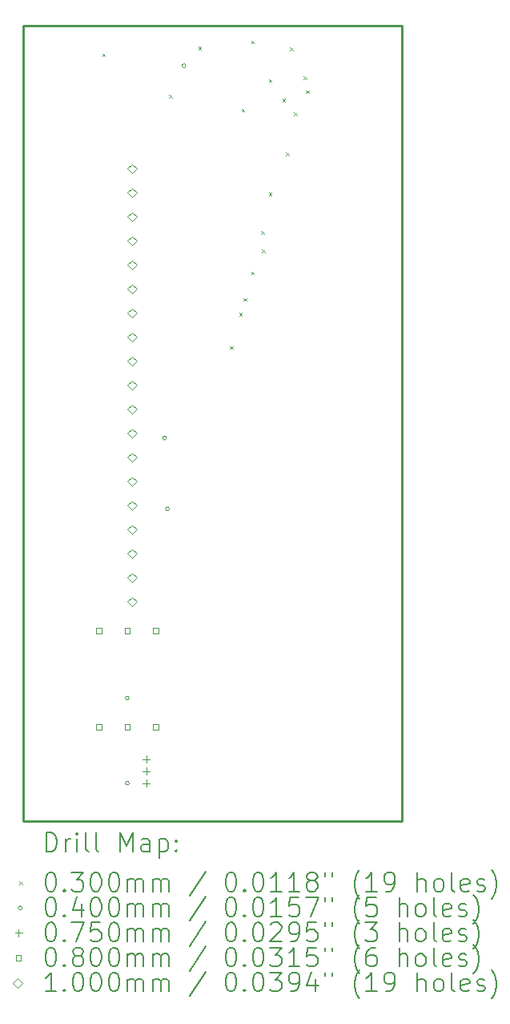
<source format=gbr>
%FSLAX45Y45*%
G04 Gerber Fmt 4.5, Leading zero omitted, Abs format (unit mm)*
G04 Created by KiCad (PCBNEW (6.0.6)) date 2022-07-04 23:45:55*
%MOMM*%
%LPD*%
G01*
G04 APERTURE LIST*
%TA.AperFunction,Profile*%
%ADD10C,0.254000*%
%TD*%
%ADD11C,0.200000*%
%ADD12C,0.030000*%
%ADD13C,0.040000*%
%ADD14C,0.075000*%
%ADD15C,0.080000*%
%ADD16C,0.100000*%
G04 APERTURE END LIST*
D10*
X9000000Y-6700000D02*
X13000000Y-6700000D01*
X13000000Y-6700000D02*
X13000000Y-15100000D01*
X13000000Y-15100000D02*
X9000000Y-15100000D01*
X9000000Y-15100000D02*
X9000000Y-6700000D01*
D11*
D12*
X9834000Y-6997000D02*
X9864000Y-7027000D01*
X9864000Y-6997000D02*
X9834000Y-7027000D01*
X10543000Y-7433000D02*
X10573000Y-7463000D01*
X10573000Y-7433000D02*
X10543000Y-7463000D01*
X10853000Y-6923000D02*
X10883000Y-6953000D01*
X10883000Y-6923000D02*
X10853000Y-6953000D01*
X11185000Y-10085000D02*
X11215000Y-10115000D01*
X11215000Y-10085000D02*
X11185000Y-10115000D01*
X11285000Y-9735000D02*
X11315000Y-9765000D01*
X11315000Y-9735000D02*
X11285000Y-9765000D01*
X11310000Y-7579000D02*
X11340000Y-7609000D01*
X11340000Y-7579000D02*
X11310000Y-7609000D01*
X11330000Y-9577000D02*
X11360000Y-9607000D01*
X11360000Y-9577000D02*
X11330000Y-9607000D01*
X11409000Y-9298000D02*
X11439000Y-9328000D01*
X11439000Y-9298000D02*
X11409000Y-9328000D01*
X11412000Y-6859000D02*
X11442000Y-6889000D01*
X11442000Y-6859000D02*
X11412000Y-6889000D01*
X11514000Y-8870000D02*
X11544000Y-8900000D01*
X11544000Y-8870000D02*
X11514000Y-8900000D01*
X11524000Y-9066000D02*
X11554000Y-9096000D01*
X11554000Y-9066000D02*
X11524000Y-9096000D01*
X11598000Y-7265000D02*
X11628000Y-7295000D01*
X11628000Y-7265000D02*
X11598000Y-7295000D01*
X11598000Y-8466000D02*
X11628000Y-8496000D01*
X11628000Y-8466000D02*
X11598000Y-8496000D01*
X11740000Y-7473000D02*
X11770000Y-7503000D01*
X11770000Y-7473000D02*
X11740000Y-7503000D01*
X11777000Y-8040000D02*
X11807000Y-8070000D01*
X11807000Y-8040000D02*
X11777000Y-8070000D01*
X11819000Y-6931000D02*
X11849000Y-6961000D01*
X11849000Y-6931000D02*
X11819000Y-6961000D01*
X11862000Y-7620000D02*
X11892000Y-7650000D01*
X11892000Y-7620000D02*
X11862000Y-7650000D01*
X11964000Y-7236000D02*
X11994000Y-7266000D01*
X11994000Y-7236000D02*
X11964000Y-7266000D01*
X11992000Y-7384000D02*
X12022000Y-7414000D01*
X12022000Y-7384000D02*
X11992000Y-7414000D01*
D13*
X10120000Y-13800000D02*
G75*
G03*
X10120000Y-13800000I-20000J0D01*
G01*
X10120000Y-14700000D02*
G75*
G03*
X10120000Y-14700000I-20000J0D01*
G01*
X10513000Y-11056000D02*
G75*
G03*
X10513000Y-11056000I-20000J0D01*
G01*
X10544000Y-11804000D02*
G75*
G03*
X10544000Y-11804000I-20000J0D01*
G01*
X10719000Y-7125000D02*
G75*
G03*
X10719000Y-7125000I-20000J0D01*
G01*
D14*
X10300000Y-14408500D02*
X10300000Y-14483500D01*
X10262500Y-14446000D02*
X10337500Y-14446000D01*
X10300000Y-14535500D02*
X10300000Y-14610500D01*
X10262500Y-14573000D02*
X10337500Y-14573000D01*
X10300000Y-14662500D02*
X10300000Y-14737500D01*
X10262500Y-14700000D02*
X10337500Y-14700000D01*
D15*
X9828285Y-13120284D02*
X9828285Y-13063715D01*
X9771716Y-13063715D01*
X9771716Y-13120284D01*
X9828285Y-13120284D01*
X9828285Y-14136284D02*
X9828285Y-14079715D01*
X9771716Y-14079715D01*
X9771716Y-14136284D01*
X9828285Y-14136284D01*
X10128285Y-13120284D02*
X10128285Y-13063715D01*
X10071716Y-13063715D01*
X10071716Y-13120284D01*
X10128285Y-13120284D01*
X10128285Y-14136284D02*
X10128285Y-14079715D01*
X10071716Y-14079715D01*
X10071716Y-14136284D01*
X10128285Y-14136284D01*
X10428285Y-13120284D02*
X10428285Y-13063715D01*
X10371716Y-13063715D01*
X10371716Y-13120284D01*
X10428285Y-13120284D01*
X10428285Y-14136284D02*
X10428285Y-14079715D01*
X10371716Y-14079715D01*
X10371716Y-14136284D01*
X10428285Y-14136284D01*
D16*
X10150000Y-8263000D02*
X10200000Y-8213000D01*
X10150000Y-8163000D01*
X10100000Y-8213000D01*
X10150000Y-8263000D01*
X10150000Y-8517000D02*
X10200000Y-8467000D01*
X10150000Y-8417000D01*
X10100000Y-8467000D01*
X10150000Y-8517000D01*
X10150000Y-8771000D02*
X10200000Y-8721000D01*
X10150000Y-8671000D01*
X10100000Y-8721000D01*
X10150000Y-8771000D01*
X10150000Y-9025000D02*
X10200000Y-8975000D01*
X10150000Y-8925000D01*
X10100000Y-8975000D01*
X10150000Y-9025000D01*
X10150000Y-9279000D02*
X10200000Y-9229000D01*
X10150000Y-9179000D01*
X10100000Y-9229000D01*
X10150000Y-9279000D01*
X10150000Y-9533000D02*
X10200000Y-9483000D01*
X10150000Y-9433000D01*
X10100000Y-9483000D01*
X10150000Y-9533000D01*
X10150000Y-9787000D02*
X10200000Y-9737000D01*
X10150000Y-9687000D01*
X10100000Y-9737000D01*
X10150000Y-9787000D01*
X10150000Y-10041000D02*
X10200000Y-9991000D01*
X10150000Y-9941000D01*
X10100000Y-9991000D01*
X10150000Y-10041000D01*
X10150000Y-10295000D02*
X10200000Y-10245000D01*
X10150000Y-10195000D01*
X10100000Y-10245000D01*
X10150000Y-10295000D01*
X10150000Y-10549000D02*
X10200000Y-10499000D01*
X10150000Y-10449000D01*
X10100000Y-10499000D01*
X10150000Y-10549000D01*
X10150000Y-10803000D02*
X10200000Y-10753000D01*
X10150000Y-10703000D01*
X10100000Y-10753000D01*
X10150000Y-10803000D01*
X10150000Y-11057000D02*
X10200000Y-11007000D01*
X10150000Y-10957000D01*
X10100000Y-11007000D01*
X10150000Y-11057000D01*
X10150000Y-11311000D02*
X10200000Y-11261000D01*
X10150000Y-11211000D01*
X10100000Y-11261000D01*
X10150000Y-11311000D01*
X10150000Y-11565000D02*
X10200000Y-11515000D01*
X10150000Y-11465000D01*
X10100000Y-11515000D01*
X10150000Y-11565000D01*
X10150000Y-11819000D02*
X10200000Y-11769000D01*
X10150000Y-11719000D01*
X10100000Y-11769000D01*
X10150000Y-11819000D01*
X10150000Y-12073000D02*
X10200000Y-12023000D01*
X10150000Y-11973000D01*
X10100000Y-12023000D01*
X10150000Y-12073000D01*
X10150000Y-12327000D02*
X10200000Y-12277000D01*
X10150000Y-12227000D01*
X10100000Y-12277000D01*
X10150000Y-12327000D01*
X10150000Y-12581000D02*
X10200000Y-12531000D01*
X10150000Y-12481000D01*
X10100000Y-12531000D01*
X10150000Y-12581000D01*
X10150000Y-12835000D02*
X10200000Y-12785000D01*
X10150000Y-12735000D01*
X10100000Y-12785000D01*
X10150000Y-12835000D01*
D11*
X9244919Y-15423176D02*
X9244919Y-15223176D01*
X9292538Y-15223176D01*
X9321110Y-15232700D01*
X9340157Y-15251748D01*
X9349681Y-15270795D01*
X9359205Y-15308890D01*
X9359205Y-15337462D01*
X9349681Y-15375557D01*
X9340157Y-15394605D01*
X9321110Y-15413652D01*
X9292538Y-15423176D01*
X9244919Y-15423176D01*
X9444919Y-15423176D02*
X9444919Y-15289843D01*
X9444919Y-15327938D02*
X9454443Y-15308890D01*
X9463967Y-15299367D01*
X9483014Y-15289843D01*
X9502062Y-15289843D01*
X9568729Y-15423176D02*
X9568729Y-15289843D01*
X9568729Y-15223176D02*
X9559205Y-15232700D01*
X9568729Y-15242224D01*
X9578252Y-15232700D01*
X9568729Y-15223176D01*
X9568729Y-15242224D01*
X9692538Y-15423176D02*
X9673490Y-15413652D01*
X9663967Y-15394605D01*
X9663967Y-15223176D01*
X9797300Y-15423176D02*
X9778252Y-15413652D01*
X9768729Y-15394605D01*
X9768729Y-15223176D01*
X10025871Y-15423176D02*
X10025871Y-15223176D01*
X10092538Y-15366033D01*
X10159205Y-15223176D01*
X10159205Y-15423176D01*
X10340157Y-15423176D02*
X10340157Y-15318414D01*
X10330633Y-15299367D01*
X10311586Y-15289843D01*
X10273490Y-15289843D01*
X10254443Y-15299367D01*
X10340157Y-15413652D02*
X10321110Y-15423176D01*
X10273490Y-15423176D01*
X10254443Y-15413652D01*
X10244919Y-15394605D01*
X10244919Y-15375557D01*
X10254443Y-15356509D01*
X10273490Y-15346986D01*
X10321110Y-15346986D01*
X10340157Y-15337462D01*
X10435395Y-15289843D02*
X10435395Y-15489843D01*
X10435395Y-15299367D02*
X10454443Y-15289843D01*
X10492538Y-15289843D01*
X10511586Y-15299367D01*
X10521110Y-15308890D01*
X10530633Y-15327938D01*
X10530633Y-15385081D01*
X10521110Y-15404128D01*
X10511586Y-15413652D01*
X10492538Y-15423176D01*
X10454443Y-15423176D01*
X10435395Y-15413652D01*
X10616348Y-15404128D02*
X10625871Y-15413652D01*
X10616348Y-15423176D01*
X10606824Y-15413652D01*
X10616348Y-15404128D01*
X10616348Y-15423176D01*
X10616348Y-15299367D02*
X10625871Y-15308890D01*
X10616348Y-15318414D01*
X10606824Y-15308890D01*
X10616348Y-15299367D01*
X10616348Y-15318414D01*
D12*
X8957300Y-15737700D02*
X8987300Y-15767700D01*
X8987300Y-15737700D02*
X8957300Y-15767700D01*
D11*
X9283014Y-15643176D02*
X9302062Y-15643176D01*
X9321110Y-15652700D01*
X9330633Y-15662224D01*
X9340157Y-15681271D01*
X9349681Y-15719367D01*
X9349681Y-15766986D01*
X9340157Y-15805081D01*
X9330633Y-15824128D01*
X9321110Y-15833652D01*
X9302062Y-15843176D01*
X9283014Y-15843176D01*
X9263967Y-15833652D01*
X9254443Y-15824128D01*
X9244919Y-15805081D01*
X9235395Y-15766986D01*
X9235395Y-15719367D01*
X9244919Y-15681271D01*
X9254443Y-15662224D01*
X9263967Y-15652700D01*
X9283014Y-15643176D01*
X9435395Y-15824128D02*
X9444919Y-15833652D01*
X9435395Y-15843176D01*
X9425871Y-15833652D01*
X9435395Y-15824128D01*
X9435395Y-15843176D01*
X9511586Y-15643176D02*
X9635395Y-15643176D01*
X9568729Y-15719367D01*
X9597300Y-15719367D01*
X9616348Y-15728890D01*
X9625871Y-15738414D01*
X9635395Y-15757462D01*
X9635395Y-15805081D01*
X9625871Y-15824128D01*
X9616348Y-15833652D01*
X9597300Y-15843176D01*
X9540157Y-15843176D01*
X9521110Y-15833652D01*
X9511586Y-15824128D01*
X9759205Y-15643176D02*
X9778252Y-15643176D01*
X9797300Y-15652700D01*
X9806824Y-15662224D01*
X9816348Y-15681271D01*
X9825871Y-15719367D01*
X9825871Y-15766986D01*
X9816348Y-15805081D01*
X9806824Y-15824128D01*
X9797300Y-15833652D01*
X9778252Y-15843176D01*
X9759205Y-15843176D01*
X9740157Y-15833652D01*
X9730633Y-15824128D01*
X9721110Y-15805081D01*
X9711586Y-15766986D01*
X9711586Y-15719367D01*
X9721110Y-15681271D01*
X9730633Y-15662224D01*
X9740157Y-15652700D01*
X9759205Y-15643176D01*
X9949681Y-15643176D02*
X9968729Y-15643176D01*
X9987776Y-15652700D01*
X9997300Y-15662224D01*
X10006824Y-15681271D01*
X10016348Y-15719367D01*
X10016348Y-15766986D01*
X10006824Y-15805081D01*
X9997300Y-15824128D01*
X9987776Y-15833652D01*
X9968729Y-15843176D01*
X9949681Y-15843176D01*
X9930633Y-15833652D01*
X9921110Y-15824128D01*
X9911586Y-15805081D01*
X9902062Y-15766986D01*
X9902062Y-15719367D01*
X9911586Y-15681271D01*
X9921110Y-15662224D01*
X9930633Y-15652700D01*
X9949681Y-15643176D01*
X10102062Y-15843176D02*
X10102062Y-15709843D01*
X10102062Y-15728890D02*
X10111586Y-15719367D01*
X10130633Y-15709843D01*
X10159205Y-15709843D01*
X10178252Y-15719367D01*
X10187776Y-15738414D01*
X10187776Y-15843176D01*
X10187776Y-15738414D02*
X10197300Y-15719367D01*
X10216348Y-15709843D01*
X10244919Y-15709843D01*
X10263967Y-15719367D01*
X10273490Y-15738414D01*
X10273490Y-15843176D01*
X10368729Y-15843176D02*
X10368729Y-15709843D01*
X10368729Y-15728890D02*
X10378252Y-15719367D01*
X10397300Y-15709843D01*
X10425871Y-15709843D01*
X10444919Y-15719367D01*
X10454443Y-15738414D01*
X10454443Y-15843176D01*
X10454443Y-15738414D02*
X10463967Y-15719367D01*
X10483014Y-15709843D01*
X10511586Y-15709843D01*
X10530633Y-15719367D01*
X10540157Y-15738414D01*
X10540157Y-15843176D01*
X10930633Y-15633652D02*
X10759205Y-15890795D01*
X11187776Y-15643176D02*
X11206824Y-15643176D01*
X11225871Y-15652700D01*
X11235395Y-15662224D01*
X11244919Y-15681271D01*
X11254443Y-15719367D01*
X11254443Y-15766986D01*
X11244919Y-15805081D01*
X11235395Y-15824128D01*
X11225871Y-15833652D01*
X11206824Y-15843176D01*
X11187776Y-15843176D01*
X11168729Y-15833652D01*
X11159205Y-15824128D01*
X11149681Y-15805081D01*
X11140157Y-15766986D01*
X11140157Y-15719367D01*
X11149681Y-15681271D01*
X11159205Y-15662224D01*
X11168729Y-15652700D01*
X11187776Y-15643176D01*
X11340157Y-15824128D02*
X11349681Y-15833652D01*
X11340157Y-15843176D01*
X11330633Y-15833652D01*
X11340157Y-15824128D01*
X11340157Y-15843176D01*
X11473490Y-15643176D02*
X11492538Y-15643176D01*
X11511586Y-15652700D01*
X11521109Y-15662224D01*
X11530633Y-15681271D01*
X11540157Y-15719367D01*
X11540157Y-15766986D01*
X11530633Y-15805081D01*
X11521109Y-15824128D01*
X11511586Y-15833652D01*
X11492538Y-15843176D01*
X11473490Y-15843176D01*
X11454443Y-15833652D01*
X11444919Y-15824128D01*
X11435395Y-15805081D01*
X11425871Y-15766986D01*
X11425871Y-15719367D01*
X11435395Y-15681271D01*
X11444919Y-15662224D01*
X11454443Y-15652700D01*
X11473490Y-15643176D01*
X11730633Y-15843176D02*
X11616348Y-15843176D01*
X11673490Y-15843176D02*
X11673490Y-15643176D01*
X11654443Y-15671748D01*
X11635395Y-15690795D01*
X11616348Y-15700319D01*
X11921109Y-15843176D02*
X11806824Y-15843176D01*
X11863967Y-15843176D02*
X11863967Y-15643176D01*
X11844919Y-15671748D01*
X11825871Y-15690795D01*
X11806824Y-15700319D01*
X12035395Y-15728890D02*
X12016348Y-15719367D01*
X12006824Y-15709843D01*
X11997300Y-15690795D01*
X11997300Y-15681271D01*
X12006824Y-15662224D01*
X12016348Y-15652700D01*
X12035395Y-15643176D01*
X12073490Y-15643176D01*
X12092538Y-15652700D01*
X12102062Y-15662224D01*
X12111586Y-15681271D01*
X12111586Y-15690795D01*
X12102062Y-15709843D01*
X12092538Y-15719367D01*
X12073490Y-15728890D01*
X12035395Y-15728890D01*
X12016348Y-15738414D01*
X12006824Y-15747938D01*
X11997300Y-15766986D01*
X11997300Y-15805081D01*
X12006824Y-15824128D01*
X12016348Y-15833652D01*
X12035395Y-15843176D01*
X12073490Y-15843176D01*
X12092538Y-15833652D01*
X12102062Y-15824128D01*
X12111586Y-15805081D01*
X12111586Y-15766986D01*
X12102062Y-15747938D01*
X12092538Y-15738414D01*
X12073490Y-15728890D01*
X12187776Y-15643176D02*
X12187776Y-15681271D01*
X12263967Y-15643176D02*
X12263967Y-15681271D01*
X12559205Y-15919367D02*
X12549681Y-15909843D01*
X12530633Y-15881271D01*
X12521109Y-15862224D01*
X12511586Y-15833652D01*
X12502062Y-15786033D01*
X12502062Y-15747938D01*
X12511586Y-15700319D01*
X12521109Y-15671748D01*
X12530633Y-15652700D01*
X12549681Y-15624128D01*
X12559205Y-15614605D01*
X12740157Y-15843176D02*
X12625871Y-15843176D01*
X12683014Y-15843176D02*
X12683014Y-15643176D01*
X12663967Y-15671748D01*
X12644919Y-15690795D01*
X12625871Y-15700319D01*
X12835395Y-15843176D02*
X12873490Y-15843176D01*
X12892538Y-15833652D01*
X12902062Y-15824128D01*
X12921109Y-15795557D01*
X12930633Y-15757462D01*
X12930633Y-15681271D01*
X12921109Y-15662224D01*
X12911586Y-15652700D01*
X12892538Y-15643176D01*
X12854443Y-15643176D01*
X12835395Y-15652700D01*
X12825871Y-15662224D01*
X12816348Y-15681271D01*
X12816348Y-15728890D01*
X12825871Y-15747938D01*
X12835395Y-15757462D01*
X12854443Y-15766986D01*
X12892538Y-15766986D01*
X12911586Y-15757462D01*
X12921109Y-15747938D01*
X12930633Y-15728890D01*
X13168728Y-15843176D02*
X13168728Y-15643176D01*
X13254443Y-15843176D02*
X13254443Y-15738414D01*
X13244919Y-15719367D01*
X13225871Y-15709843D01*
X13197300Y-15709843D01*
X13178252Y-15719367D01*
X13168728Y-15728890D01*
X13378252Y-15843176D02*
X13359205Y-15833652D01*
X13349681Y-15824128D01*
X13340157Y-15805081D01*
X13340157Y-15747938D01*
X13349681Y-15728890D01*
X13359205Y-15719367D01*
X13378252Y-15709843D01*
X13406824Y-15709843D01*
X13425871Y-15719367D01*
X13435395Y-15728890D01*
X13444919Y-15747938D01*
X13444919Y-15805081D01*
X13435395Y-15824128D01*
X13425871Y-15833652D01*
X13406824Y-15843176D01*
X13378252Y-15843176D01*
X13559205Y-15843176D02*
X13540157Y-15833652D01*
X13530633Y-15814605D01*
X13530633Y-15643176D01*
X13711586Y-15833652D02*
X13692538Y-15843176D01*
X13654443Y-15843176D01*
X13635395Y-15833652D01*
X13625871Y-15814605D01*
X13625871Y-15738414D01*
X13635395Y-15719367D01*
X13654443Y-15709843D01*
X13692538Y-15709843D01*
X13711586Y-15719367D01*
X13721109Y-15738414D01*
X13721109Y-15757462D01*
X13625871Y-15776509D01*
X13797300Y-15833652D02*
X13816348Y-15843176D01*
X13854443Y-15843176D01*
X13873490Y-15833652D01*
X13883014Y-15814605D01*
X13883014Y-15805081D01*
X13873490Y-15786033D01*
X13854443Y-15776509D01*
X13825871Y-15776509D01*
X13806824Y-15766986D01*
X13797300Y-15747938D01*
X13797300Y-15738414D01*
X13806824Y-15719367D01*
X13825871Y-15709843D01*
X13854443Y-15709843D01*
X13873490Y-15719367D01*
X13949681Y-15919367D02*
X13959205Y-15909843D01*
X13978252Y-15881271D01*
X13987776Y-15862224D01*
X13997300Y-15833652D01*
X14006824Y-15786033D01*
X14006824Y-15747938D01*
X13997300Y-15700319D01*
X13987776Y-15671748D01*
X13978252Y-15652700D01*
X13959205Y-15624128D01*
X13949681Y-15614605D01*
D13*
X8987300Y-16016700D02*
G75*
G03*
X8987300Y-16016700I-20000J0D01*
G01*
D11*
X9283014Y-15907176D02*
X9302062Y-15907176D01*
X9321110Y-15916700D01*
X9330633Y-15926224D01*
X9340157Y-15945271D01*
X9349681Y-15983367D01*
X9349681Y-16030986D01*
X9340157Y-16069081D01*
X9330633Y-16088128D01*
X9321110Y-16097652D01*
X9302062Y-16107176D01*
X9283014Y-16107176D01*
X9263967Y-16097652D01*
X9254443Y-16088128D01*
X9244919Y-16069081D01*
X9235395Y-16030986D01*
X9235395Y-15983367D01*
X9244919Y-15945271D01*
X9254443Y-15926224D01*
X9263967Y-15916700D01*
X9283014Y-15907176D01*
X9435395Y-16088128D02*
X9444919Y-16097652D01*
X9435395Y-16107176D01*
X9425871Y-16097652D01*
X9435395Y-16088128D01*
X9435395Y-16107176D01*
X9616348Y-15973843D02*
X9616348Y-16107176D01*
X9568729Y-15897652D02*
X9521110Y-16040509D01*
X9644919Y-16040509D01*
X9759205Y-15907176D02*
X9778252Y-15907176D01*
X9797300Y-15916700D01*
X9806824Y-15926224D01*
X9816348Y-15945271D01*
X9825871Y-15983367D01*
X9825871Y-16030986D01*
X9816348Y-16069081D01*
X9806824Y-16088128D01*
X9797300Y-16097652D01*
X9778252Y-16107176D01*
X9759205Y-16107176D01*
X9740157Y-16097652D01*
X9730633Y-16088128D01*
X9721110Y-16069081D01*
X9711586Y-16030986D01*
X9711586Y-15983367D01*
X9721110Y-15945271D01*
X9730633Y-15926224D01*
X9740157Y-15916700D01*
X9759205Y-15907176D01*
X9949681Y-15907176D02*
X9968729Y-15907176D01*
X9987776Y-15916700D01*
X9997300Y-15926224D01*
X10006824Y-15945271D01*
X10016348Y-15983367D01*
X10016348Y-16030986D01*
X10006824Y-16069081D01*
X9997300Y-16088128D01*
X9987776Y-16097652D01*
X9968729Y-16107176D01*
X9949681Y-16107176D01*
X9930633Y-16097652D01*
X9921110Y-16088128D01*
X9911586Y-16069081D01*
X9902062Y-16030986D01*
X9902062Y-15983367D01*
X9911586Y-15945271D01*
X9921110Y-15926224D01*
X9930633Y-15916700D01*
X9949681Y-15907176D01*
X10102062Y-16107176D02*
X10102062Y-15973843D01*
X10102062Y-15992890D02*
X10111586Y-15983367D01*
X10130633Y-15973843D01*
X10159205Y-15973843D01*
X10178252Y-15983367D01*
X10187776Y-16002414D01*
X10187776Y-16107176D01*
X10187776Y-16002414D02*
X10197300Y-15983367D01*
X10216348Y-15973843D01*
X10244919Y-15973843D01*
X10263967Y-15983367D01*
X10273490Y-16002414D01*
X10273490Y-16107176D01*
X10368729Y-16107176D02*
X10368729Y-15973843D01*
X10368729Y-15992890D02*
X10378252Y-15983367D01*
X10397300Y-15973843D01*
X10425871Y-15973843D01*
X10444919Y-15983367D01*
X10454443Y-16002414D01*
X10454443Y-16107176D01*
X10454443Y-16002414D02*
X10463967Y-15983367D01*
X10483014Y-15973843D01*
X10511586Y-15973843D01*
X10530633Y-15983367D01*
X10540157Y-16002414D01*
X10540157Y-16107176D01*
X10930633Y-15897652D02*
X10759205Y-16154795D01*
X11187776Y-15907176D02*
X11206824Y-15907176D01*
X11225871Y-15916700D01*
X11235395Y-15926224D01*
X11244919Y-15945271D01*
X11254443Y-15983367D01*
X11254443Y-16030986D01*
X11244919Y-16069081D01*
X11235395Y-16088128D01*
X11225871Y-16097652D01*
X11206824Y-16107176D01*
X11187776Y-16107176D01*
X11168729Y-16097652D01*
X11159205Y-16088128D01*
X11149681Y-16069081D01*
X11140157Y-16030986D01*
X11140157Y-15983367D01*
X11149681Y-15945271D01*
X11159205Y-15926224D01*
X11168729Y-15916700D01*
X11187776Y-15907176D01*
X11340157Y-16088128D02*
X11349681Y-16097652D01*
X11340157Y-16107176D01*
X11330633Y-16097652D01*
X11340157Y-16088128D01*
X11340157Y-16107176D01*
X11473490Y-15907176D02*
X11492538Y-15907176D01*
X11511586Y-15916700D01*
X11521109Y-15926224D01*
X11530633Y-15945271D01*
X11540157Y-15983367D01*
X11540157Y-16030986D01*
X11530633Y-16069081D01*
X11521109Y-16088128D01*
X11511586Y-16097652D01*
X11492538Y-16107176D01*
X11473490Y-16107176D01*
X11454443Y-16097652D01*
X11444919Y-16088128D01*
X11435395Y-16069081D01*
X11425871Y-16030986D01*
X11425871Y-15983367D01*
X11435395Y-15945271D01*
X11444919Y-15926224D01*
X11454443Y-15916700D01*
X11473490Y-15907176D01*
X11730633Y-16107176D02*
X11616348Y-16107176D01*
X11673490Y-16107176D02*
X11673490Y-15907176D01*
X11654443Y-15935748D01*
X11635395Y-15954795D01*
X11616348Y-15964319D01*
X11911586Y-15907176D02*
X11816348Y-15907176D01*
X11806824Y-16002414D01*
X11816348Y-15992890D01*
X11835395Y-15983367D01*
X11883014Y-15983367D01*
X11902062Y-15992890D01*
X11911586Y-16002414D01*
X11921109Y-16021462D01*
X11921109Y-16069081D01*
X11911586Y-16088128D01*
X11902062Y-16097652D01*
X11883014Y-16107176D01*
X11835395Y-16107176D01*
X11816348Y-16097652D01*
X11806824Y-16088128D01*
X11987776Y-15907176D02*
X12121109Y-15907176D01*
X12035395Y-16107176D01*
X12187776Y-15907176D02*
X12187776Y-15945271D01*
X12263967Y-15907176D02*
X12263967Y-15945271D01*
X12559205Y-16183367D02*
X12549681Y-16173843D01*
X12530633Y-16145271D01*
X12521109Y-16126224D01*
X12511586Y-16097652D01*
X12502062Y-16050033D01*
X12502062Y-16011938D01*
X12511586Y-15964319D01*
X12521109Y-15935748D01*
X12530633Y-15916700D01*
X12549681Y-15888128D01*
X12559205Y-15878605D01*
X12730633Y-15907176D02*
X12635395Y-15907176D01*
X12625871Y-16002414D01*
X12635395Y-15992890D01*
X12654443Y-15983367D01*
X12702062Y-15983367D01*
X12721109Y-15992890D01*
X12730633Y-16002414D01*
X12740157Y-16021462D01*
X12740157Y-16069081D01*
X12730633Y-16088128D01*
X12721109Y-16097652D01*
X12702062Y-16107176D01*
X12654443Y-16107176D01*
X12635395Y-16097652D01*
X12625871Y-16088128D01*
X12978252Y-16107176D02*
X12978252Y-15907176D01*
X13063967Y-16107176D02*
X13063967Y-16002414D01*
X13054443Y-15983367D01*
X13035395Y-15973843D01*
X13006824Y-15973843D01*
X12987776Y-15983367D01*
X12978252Y-15992890D01*
X13187776Y-16107176D02*
X13168728Y-16097652D01*
X13159205Y-16088128D01*
X13149681Y-16069081D01*
X13149681Y-16011938D01*
X13159205Y-15992890D01*
X13168728Y-15983367D01*
X13187776Y-15973843D01*
X13216348Y-15973843D01*
X13235395Y-15983367D01*
X13244919Y-15992890D01*
X13254443Y-16011938D01*
X13254443Y-16069081D01*
X13244919Y-16088128D01*
X13235395Y-16097652D01*
X13216348Y-16107176D01*
X13187776Y-16107176D01*
X13368728Y-16107176D02*
X13349681Y-16097652D01*
X13340157Y-16078605D01*
X13340157Y-15907176D01*
X13521109Y-16097652D02*
X13502062Y-16107176D01*
X13463967Y-16107176D01*
X13444919Y-16097652D01*
X13435395Y-16078605D01*
X13435395Y-16002414D01*
X13444919Y-15983367D01*
X13463967Y-15973843D01*
X13502062Y-15973843D01*
X13521109Y-15983367D01*
X13530633Y-16002414D01*
X13530633Y-16021462D01*
X13435395Y-16040509D01*
X13606824Y-16097652D02*
X13625871Y-16107176D01*
X13663967Y-16107176D01*
X13683014Y-16097652D01*
X13692538Y-16078605D01*
X13692538Y-16069081D01*
X13683014Y-16050033D01*
X13663967Y-16040509D01*
X13635395Y-16040509D01*
X13616348Y-16030986D01*
X13606824Y-16011938D01*
X13606824Y-16002414D01*
X13616348Y-15983367D01*
X13635395Y-15973843D01*
X13663967Y-15973843D01*
X13683014Y-15983367D01*
X13759205Y-16183367D02*
X13768728Y-16173843D01*
X13787776Y-16145271D01*
X13797300Y-16126224D01*
X13806824Y-16097652D01*
X13816348Y-16050033D01*
X13816348Y-16011938D01*
X13806824Y-15964319D01*
X13797300Y-15935748D01*
X13787776Y-15916700D01*
X13768728Y-15888128D01*
X13759205Y-15878605D01*
D14*
X8949800Y-16243200D02*
X8949800Y-16318200D01*
X8912300Y-16280700D02*
X8987300Y-16280700D01*
D11*
X9283014Y-16171176D02*
X9302062Y-16171176D01*
X9321110Y-16180700D01*
X9330633Y-16190224D01*
X9340157Y-16209271D01*
X9349681Y-16247367D01*
X9349681Y-16294986D01*
X9340157Y-16333081D01*
X9330633Y-16352128D01*
X9321110Y-16361652D01*
X9302062Y-16371176D01*
X9283014Y-16371176D01*
X9263967Y-16361652D01*
X9254443Y-16352128D01*
X9244919Y-16333081D01*
X9235395Y-16294986D01*
X9235395Y-16247367D01*
X9244919Y-16209271D01*
X9254443Y-16190224D01*
X9263967Y-16180700D01*
X9283014Y-16171176D01*
X9435395Y-16352128D02*
X9444919Y-16361652D01*
X9435395Y-16371176D01*
X9425871Y-16361652D01*
X9435395Y-16352128D01*
X9435395Y-16371176D01*
X9511586Y-16171176D02*
X9644919Y-16171176D01*
X9559205Y-16371176D01*
X9816348Y-16171176D02*
X9721110Y-16171176D01*
X9711586Y-16266414D01*
X9721110Y-16256890D01*
X9740157Y-16247367D01*
X9787776Y-16247367D01*
X9806824Y-16256890D01*
X9816348Y-16266414D01*
X9825871Y-16285462D01*
X9825871Y-16333081D01*
X9816348Y-16352128D01*
X9806824Y-16361652D01*
X9787776Y-16371176D01*
X9740157Y-16371176D01*
X9721110Y-16361652D01*
X9711586Y-16352128D01*
X9949681Y-16171176D02*
X9968729Y-16171176D01*
X9987776Y-16180700D01*
X9997300Y-16190224D01*
X10006824Y-16209271D01*
X10016348Y-16247367D01*
X10016348Y-16294986D01*
X10006824Y-16333081D01*
X9997300Y-16352128D01*
X9987776Y-16361652D01*
X9968729Y-16371176D01*
X9949681Y-16371176D01*
X9930633Y-16361652D01*
X9921110Y-16352128D01*
X9911586Y-16333081D01*
X9902062Y-16294986D01*
X9902062Y-16247367D01*
X9911586Y-16209271D01*
X9921110Y-16190224D01*
X9930633Y-16180700D01*
X9949681Y-16171176D01*
X10102062Y-16371176D02*
X10102062Y-16237843D01*
X10102062Y-16256890D02*
X10111586Y-16247367D01*
X10130633Y-16237843D01*
X10159205Y-16237843D01*
X10178252Y-16247367D01*
X10187776Y-16266414D01*
X10187776Y-16371176D01*
X10187776Y-16266414D02*
X10197300Y-16247367D01*
X10216348Y-16237843D01*
X10244919Y-16237843D01*
X10263967Y-16247367D01*
X10273490Y-16266414D01*
X10273490Y-16371176D01*
X10368729Y-16371176D02*
X10368729Y-16237843D01*
X10368729Y-16256890D02*
X10378252Y-16247367D01*
X10397300Y-16237843D01*
X10425871Y-16237843D01*
X10444919Y-16247367D01*
X10454443Y-16266414D01*
X10454443Y-16371176D01*
X10454443Y-16266414D02*
X10463967Y-16247367D01*
X10483014Y-16237843D01*
X10511586Y-16237843D01*
X10530633Y-16247367D01*
X10540157Y-16266414D01*
X10540157Y-16371176D01*
X10930633Y-16161652D02*
X10759205Y-16418795D01*
X11187776Y-16171176D02*
X11206824Y-16171176D01*
X11225871Y-16180700D01*
X11235395Y-16190224D01*
X11244919Y-16209271D01*
X11254443Y-16247367D01*
X11254443Y-16294986D01*
X11244919Y-16333081D01*
X11235395Y-16352128D01*
X11225871Y-16361652D01*
X11206824Y-16371176D01*
X11187776Y-16371176D01*
X11168729Y-16361652D01*
X11159205Y-16352128D01*
X11149681Y-16333081D01*
X11140157Y-16294986D01*
X11140157Y-16247367D01*
X11149681Y-16209271D01*
X11159205Y-16190224D01*
X11168729Y-16180700D01*
X11187776Y-16171176D01*
X11340157Y-16352128D02*
X11349681Y-16361652D01*
X11340157Y-16371176D01*
X11330633Y-16361652D01*
X11340157Y-16352128D01*
X11340157Y-16371176D01*
X11473490Y-16171176D02*
X11492538Y-16171176D01*
X11511586Y-16180700D01*
X11521109Y-16190224D01*
X11530633Y-16209271D01*
X11540157Y-16247367D01*
X11540157Y-16294986D01*
X11530633Y-16333081D01*
X11521109Y-16352128D01*
X11511586Y-16361652D01*
X11492538Y-16371176D01*
X11473490Y-16371176D01*
X11454443Y-16361652D01*
X11444919Y-16352128D01*
X11435395Y-16333081D01*
X11425871Y-16294986D01*
X11425871Y-16247367D01*
X11435395Y-16209271D01*
X11444919Y-16190224D01*
X11454443Y-16180700D01*
X11473490Y-16171176D01*
X11616348Y-16190224D02*
X11625871Y-16180700D01*
X11644919Y-16171176D01*
X11692538Y-16171176D01*
X11711586Y-16180700D01*
X11721109Y-16190224D01*
X11730633Y-16209271D01*
X11730633Y-16228319D01*
X11721109Y-16256890D01*
X11606824Y-16371176D01*
X11730633Y-16371176D01*
X11825871Y-16371176D02*
X11863967Y-16371176D01*
X11883014Y-16361652D01*
X11892538Y-16352128D01*
X11911586Y-16323557D01*
X11921109Y-16285462D01*
X11921109Y-16209271D01*
X11911586Y-16190224D01*
X11902062Y-16180700D01*
X11883014Y-16171176D01*
X11844919Y-16171176D01*
X11825871Y-16180700D01*
X11816348Y-16190224D01*
X11806824Y-16209271D01*
X11806824Y-16256890D01*
X11816348Y-16275938D01*
X11825871Y-16285462D01*
X11844919Y-16294986D01*
X11883014Y-16294986D01*
X11902062Y-16285462D01*
X11911586Y-16275938D01*
X11921109Y-16256890D01*
X12102062Y-16171176D02*
X12006824Y-16171176D01*
X11997300Y-16266414D01*
X12006824Y-16256890D01*
X12025871Y-16247367D01*
X12073490Y-16247367D01*
X12092538Y-16256890D01*
X12102062Y-16266414D01*
X12111586Y-16285462D01*
X12111586Y-16333081D01*
X12102062Y-16352128D01*
X12092538Y-16361652D01*
X12073490Y-16371176D01*
X12025871Y-16371176D01*
X12006824Y-16361652D01*
X11997300Y-16352128D01*
X12187776Y-16171176D02*
X12187776Y-16209271D01*
X12263967Y-16171176D02*
X12263967Y-16209271D01*
X12559205Y-16447367D02*
X12549681Y-16437843D01*
X12530633Y-16409271D01*
X12521109Y-16390224D01*
X12511586Y-16361652D01*
X12502062Y-16314033D01*
X12502062Y-16275938D01*
X12511586Y-16228319D01*
X12521109Y-16199748D01*
X12530633Y-16180700D01*
X12549681Y-16152128D01*
X12559205Y-16142605D01*
X12616348Y-16171176D02*
X12740157Y-16171176D01*
X12673490Y-16247367D01*
X12702062Y-16247367D01*
X12721109Y-16256890D01*
X12730633Y-16266414D01*
X12740157Y-16285462D01*
X12740157Y-16333081D01*
X12730633Y-16352128D01*
X12721109Y-16361652D01*
X12702062Y-16371176D01*
X12644919Y-16371176D01*
X12625871Y-16361652D01*
X12616348Y-16352128D01*
X12978252Y-16371176D02*
X12978252Y-16171176D01*
X13063967Y-16371176D02*
X13063967Y-16266414D01*
X13054443Y-16247367D01*
X13035395Y-16237843D01*
X13006824Y-16237843D01*
X12987776Y-16247367D01*
X12978252Y-16256890D01*
X13187776Y-16371176D02*
X13168728Y-16361652D01*
X13159205Y-16352128D01*
X13149681Y-16333081D01*
X13149681Y-16275938D01*
X13159205Y-16256890D01*
X13168728Y-16247367D01*
X13187776Y-16237843D01*
X13216348Y-16237843D01*
X13235395Y-16247367D01*
X13244919Y-16256890D01*
X13254443Y-16275938D01*
X13254443Y-16333081D01*
X13244919Y-16352128D01*
X13235395Y-16361652D01*
X13216348Y-16371176D01*
X13187776Y-16371176D01*
X13368728Y-16371176D02*
X13349681Y-16361652D01*
X13340157Y-16342605D01*
X13340157Y-16171176D01*
X13521109Y-16361652D02*
X13502062Y-16371176D01*
X13463967Y-16371176D01*
X13444919Y-16361652D01*
X13435395Y-16342605D01*
X13435395Y-16266414D01*
X13444919Y-16247367D01*
X13463967Y-16237843D01*
X13502062Y-16237843D01*
X13521109Y-16247367D01*
X13530633Y-16266414D01*
X13530633Y-16285462D01*
X13435395Y-16304509D01*
X13606824Y-16361652D02*
X13625871Y-16371176D01*
X13663967Y-16371176D01*
X13683014Y-16361652D01*
X13692538Y-16342605D01*
X13692538Y-16333081D01*
X13683014Y-16314033D01*
X13663967Y-16304509D01*
X13635395Y-16304509D01*
X13616348Y-16294986D01*
X13606824Y-16275938D01*
X13606824Y-16266414D01*
X13616348Y-16247367D01*
X13635395Y-16237843D01*
X13663967Y-16237843D01*
X13683014Y-16247367D01*
X13759205Y-16447367D02*
X13768728Y-16437843D01*
X13787776Y-16409271D01*
X13797300Y-16390224D01*
X13806824Y-16361652D01*
X13816348Y-16314033D01*
X13816348Y-16275938D01*
X13806824Y-16228319D01*
X13797300Y-16199748D01*
X13787776Y-16180700D01*
X13768728Y-16152128D01*
X13759205Y-16142605D01*
D15*
X8975585Y-16572984D02*
X8975585Y-16516415D01*
X8919016Y-16516415D01*
X8919016Y-16572984D01*
X8975585Y-16572984D01*
D11*
X9283014Y-16435176D02*
X9302062Y-16435176D01*
X9321110Y-16444700D01*
X9330633Y-16454224D01*
X9340157Y-16473271D01*
X9349681Y-16511367D01*
X9349681Y-16558986D01*
X9340157Y-16597081D01*
X9330633Y-16616128D01*
X9321110Y-16625652D01*
X9302062Y-16635176D01*
X9283014Y-16635176D01*
X9263967Y-16625652D01*
X9254443Y-16616128D01*
X9244919Y-16597081D01*
X9235395Y-16558986D01*
X9235395Y-16511367D01*
X9244919Y-16473271D01*
X9254443Y-16454224D01*
X9263967Y-16444700D01*
X9283014Y-16435176D01*
X9435395Y-16616128D02*
X9444919Y-16625652D01*
X9435395Y-16635176D01*
X9425871Y-16625652D01*
X9435395Y-16616128D01*
X9435395Y-16635176D01*
X9559205Y-16520890D02*
X9540157Y-16511367D01*
X9530633Y-16501843D01*
X9521110Y-16482795D01*
X9521110Y-16473271D01*
X9530633Y-16454224D01*
X9540157Y-16444700D01*
X9559205Y-16435176D01*
X9597300Y-16435176D01*
X9616348Y-16444700D01*
X9625871Y-16454224D01*
X9635395Y-16473271D01*
X9635395Y-16482795D01*
X9625871Y-16501843D01*
X9616348Y-16511367D01*
X9597300Y-16520890D01*
X9559205Y-16520890D01*
X9540157Y-16530414D01*
X9530633Y-16539938D01*
X9521110Y-16558986D01*
X9521110Y-16597081D01*
X9530633Y-16616128D01*
X9540157Y-16625652D01*
X9559205Y-16635176D01*
X9597300Y-16635176D01*
X9616348Y-16625652D01*
X9625871Y-16616128D01*
X9635395Y-16597081D01*
X9635395Y-16558986D01*
X9625871Y-16539938D01*
X9616348Y-16530414D01*
X9597300Y-16520890D01*
X9759205Y-16435176D02*
X9778252Y-16435176D01*
X9797300Y-16444700D01*
X9806824Y-16454224D01*
X9816348Y-16473271D01*
X9825871Y-16511367D01*
X9825871Y-16558986D01*
X9816348Y-16597081D01*
X9806824Y-16616128D01*
X9797300Y-16625652D01*
X9778252Y-16635176D01*
X9759205Y-16635176D01*
X9740157Y-16625652D01*
X9730633Y-16616128D01*
X9721110Y-16597081D01*
X9711586Y-16558986D01*
X9711586Y-16511367D01*
X9721110Y-16473271D01*
X9730633Y-16454224D01*
X9740157Y-16444700D01*
X9759205Y-16435176D01*
X9949681Y-16435176D02*
X9968729Y-16435176D01*
X9987776Y-16444700D01*
X9997300Y-16454224D01*
X10006824Y-16473271D01*
X10016348Y-16511367D01*
X10016348Y-16558986D01*
X10006824Y-16597081D01*
X9997300Y-16616128D01*
X9987776Y-16625652D01*
X9968729Y-16635176D01*
X9949681Y-16635176D01*
X9930633Y-16625652D01*
X9921110Y-16616128D01*
X9911586Y-16597081D01*
X9902062Y-16558986D01*
X9902062Y-16511367D01*
X9911586Y-16473271D01*
X9921110Y-16454224D01*
X9930633Y-16444700D01*
X9949681Y-16435176D01*
X10102062Y-16635176D02*
X10102062Y-16501843D01*
X10102062Y-16520890D02*
X10111586Y-16511367D01*
X10130633Y-16501843D01*
X10159205Y-16501843D01*
X10178252Y-16511367D01*
X10187776Y-16530414D01*
X10187776Y-16635176D01*
X10187776Y-16530414D02*
X10197300Y-16511367D01*
X10216348Y-16501843D01*
X10244919Y-16501843D01*
X10263967Y-16511367D01*
X10273490Y-16530414D01*
X10273490Y-16635176D01*
X10368729Y-16635176D02*
X10368729Y-16501843D01*
X10368729Y-16520890D02*
X10378252Y-16511367D01*
X10397300Y-16501843D01*
X10425871Y-16501843D01*
X10444919Y-16511367D01*
X10454443Y-16530414D01*
X10454443Y-16635176D01*
X10454443Y-16530414D02*
X10463967Y-16511367D01*
X10483014Y-16501843D01*
X10511586Y-16501843D01*
X10530633Y-16511367D01*
X10540157Y-16530414D01*
X10540157Y-16635176D01*
X10930633Y-16425652D02*
X10759205Y-16682795D01*
X11187776Y-16435176D02*
X11206824Y-16435176D01*
X11225871Y-16444700D01*
X11235395Y-16454224D01*
X11244919Y-16473271D01*
X11254443Y-16511367D01*
X11254443Y-16558986D01*
X11244919Y-16597081D01*
X11235395Y-16616128D01*
X11225871Y-16625652D01*
X11206824Y-16635176D01*
X11187776Y-16635176D01*
X11168729Y-16625652D01*
X11159205Y-16616128D01*
X11149681Y-16597081D01*
X11140157Y-16558986D01*
X11140157Y-16511367D01*
X11149681Y-16473271D01*
X11159205Y-16454224D01*
X11168729Y-16444700D01*
X11187776Y-16435176D01*
X11340157Y-16616128D02*
X11349681Y-16625652D01*
X11340157Y-16635176D01*
X11330633Y-16625652D01*
X11340157Y-16616128D01*
X11340157Y-16635176D01*
X11473490Y-16435176D02*
X11492538Y-16435176D01*
X11511586Y-16444700D01*
X11521109Y-16454224D01*
X11530633Y-16473271D01*
X11540157Y-16511367D01*
X11540157Y-16558986D01*
X11530633Y-16597081D01*
X11521109Y-16616128D01*
X11511586Y-16625652D01*
X11492538Y-16635176D01*
X11473490Y-16635176D01*
X11454443Y-16625652D01*
X11444919Y-16616128D01*
X11435395Y-16597081D01*
X11425871Y-16558986D01*
X11425871Y-16511367D01*
X11435395Y-16473271D01*
X11444919Y-16454224D01*
X11454443Y-16444700D01*
X11473490Y-16435176D01*
X11606824Y-16435176D02*
X11730633Y-16435176D01*
X11663967Y-16511367D01*
X11692538Y-16511367D01*
X11711586Y-16520890D01*
X11721109Y-16530414D01*
X11730633Y-16549462D01*
X11730633Y-16597081D01*
X11721109Y-16616128D01*
X11711586Y-16625652D01*
X11692538Y-16635176D01*
X11635395Y-16635176D01*
X11616348Y-16625652D01*
X11606824Y-16616128D01*
X11921109Y-16635176D02*
X11806824Y-16635176D01*
X11863967Y-16635176D02*
X11863967Y-16435176D01*
X11844919Y-16463748D01*
X11825871Y-16482795D01*
X11806824Y-16492319D01*
X12102062Y-16435176D02*
X12006824Y-16435176D01*
X11997300Y-16530414D01*
X12006824Y-16520890D01*
X12025871Y-16511367D01*
X12073490Y-16511367D01*
X12092538Y-16520890D01*
X12102062Y-16530414D01*
X12111586Y-16549462D01*
X12111586Y-16597081D01*
X12102062Y-16616128D01*
X12092538Y-16625652D01*
X12073490Y-16635176D01*
X12025871Y-16635176D01*
X12006824Y-16625652D01*
X11997300Y-16616128D01*
X12187776Y-16435176D02*
X12187776Y-16473271D01*
X12263967Y-16435176D02*
X12263967Y-16473271D01*
X12559205Y-16711367D02*
X12549681Y-16701843D01*
X12530633Y-16673271D01*
X12521109Y-16654224D01*
X12511586Y-16625652D01*
X12502062Y-16578033D01*
X12502062Y-16539938D01*
X12511586Y-16492319D01*
X12521109Y-16463748D01*
X12530633Y-16444700D01*
X12549681Y-16416128D01*
X12559205Y-16406605D01*
X12721109Y-16435176D02*
X12683014Y-16435176D01*
X12663967Y-16444700D01*
X12654443Y-16454224D01*
X12635395Y-16482795D01*
X12625871Y-16520890D01*
X12625871Y-16597081D01*
X12635395Y-16616128D01*
X12644919Y-16625652D01*
X12663967Y-16635176D01*
X12702062Y-16635176D01*
X12721109Y-16625652D01*
X12730633Y-16616128D01*
X12740157Y-16597081D01*
X12740157Y-16549462D01*
X12730633Y-16530414D01*
X12721109Y-16520890D01*
X12702062Y-16511367D01*
X12663967Y-16511367D01*
X12644919Y-16520890D01*
X12635395Y-16530414D01*
X12625871Y-16549462D01*
X12978252Y-16635176D02*
X12978252Y-16435176D01*
X13063967Y-16635176D02*
X13063967Y-16530414D01*
X13054443Y-16511367D01*
X13035395Y-16501843D01*
X13006824Y-16501843D01*
X12987776Y-16511367D01*
X12978252Y-16520890D01*
X13187776Y-16635176D02*
X13168728Y-16625652D01*
X13159205Y-16616128D01*
X13149681Y-16597081D01*
X13149681Y-16539938D01*
X13159205Y-16520890D01*
X13168728Y-16511367D01*
X13187776Y-16501843D01*
X13216348Y-16501843D01*
X13235395Y-16511367D01*
X13244919Y-16520890D01*
X13254443Y-16539938D01*
X13254443Y-16597081D01*
X13244919Y-16616128D01*
X13235395Y-16625652D01*
X13216348Y-16635176D01*
X13187776Y-16635176D01*
X13368728Y-16635176D02*
X13349681Y-16625652D01*
X13340157Y-16606605D01*
X13340157Y-16435176D01*
X13521109Y-16625652D02*
X13502062Y-16635176D01*
X13463967Y-16635176D01*
X13444919Y-16625652D01*
X13435395Y-16606605D01*
X13435395Y-16530414D01*
X13444919Y-16511367D01*
X13463967Y-16501843D01*
X13502062Y-16501843D01*
X13521109Y-16511367D01*
X13530633Y-16530414D01*
X13530633Y-16549462D01*
X13435395Y-16568509D01*
X13606824Y-16625652D02*
X13625871Y-16635176D01*
X13663967Y-16635176D01*
X13683014Y-16625652D01*
X13692538Y-16606605D01*
X13692538Y-16597081D01*
X13683014Y-16578033D01*
X13663967Y-16568509D01*
X13635395Y-16568509D01*
X13616348Y-16558986D01*
X13606824Y-16539938D01*
X13606824Y-16530414D01*
X13616348Y-16511367D01*
X13635395Y-16501843D01*
X13663967Y-16501843D01*
X13683014Y-16511367D01*
X13759205Y-16711367D02*
X13768728Y-16701843D01*
X13787776Y-16673271D01*
X13797300Y-16654224D01*
X13806824Y-16625652D01*
X13816348Y-16578033D01*
X13816348Y-16539938D01*
X13806824Y-16492319D01*
X13797300Y-16463748D01*
X13787776Y-16444700D01*
X13768728Y-16416128D01*
X13759205Y-16406605D01*
D16*
X8937300Y-16858700D02*
X8987300Y-16808700D01*
X8937300Y-16758700D01*
X8887300Y-16808700D01*
X8937300Y-16858700D01*
D11*
X9349681Y-16899176D02*
X9235395Y-16899176D01*
X9292538Y-16899176D02*
X9292538Y-16699176D01*
X9273490Y-16727748D01*
X9254443Y-16746795D01*
X9235395Y-16756319D01*
X9435395Y-16880129D02*
X9444919Y-16889652D01*
X9435395Y-16899176D01*
X9425871Y-16889652D01*
X9435395Y-16880129D01*
X9435395Y-16899176D01*
X9568729Y-16699176D02*
X9587776Y-16699176D01*
X9606824Y-16708700D01*
X9616348Y-16718224D01*
X9625871Y-16737271D01*
X9635395Y-16775367D01*
X9635395Y-16822986D01*
X9625871Y-16861081D01*
X9616348Y-16880129D01*
X9606824Y-16889652D01*
X9587776Y-16899176D01*
X9568729Y-16899176D01*
X9549681Y-16889652D01*
X9540157Y-16880129D01*
X9530633Y-16861081D01*
X9521110Y-16822986D01*
X9521110Y-16775367D01*
X9530633Y-16737271D01*
X9540157Y-16718224D01*
X9549681Y-16708700D01*
X9568729Y-16699176D01*
X9759205Y-16699176D02*
X9778252Y-16699176D01*
X9797300Y-16708700D01*
X9806824Y-16718224D01*
X9816348Y-16737271D01*
X9825871Y-16775367D01*
X9825871Y-16822986D01*
X9816348Y-16861081D01*
X9806824Y-16880129D01*
X9797300Y-16889652D01*
X9778252Y-16899176D01*
X9759205Y-16899176D01*
X9740157Y-16889652D01*
X9730633Y-16880129D01*
X9721110Y-16861081D01*
X9711586Y-16822986D01*
X9711586Y-16775367D01*
X9721110Y-16737271D01*
X9730633Y-16718224D01*
X9740157Y-16708700D01*
X9759205Y-16699176D01*
X9949681Y-16699176D02*
X9968729Y-16699176D01*
X9987776Y-16708700D01*
X9997300Y-16718224D01*
X10006824Y-16737271D01*
X10016348Y-16775367D01*
X10016348Y-16822986D01*
X10006824Y-16861081D01*
X9997300Y-16880129D01*
X9987776Y-16889652D01*
X9968729Y-16899176D01*
X9949681Y-16899176D01*
X9930633Y-16889652D01*
X9921110Y-16880129D01*
X9911586Y-16861081D01*
X9902062Y-16822986D01*
X9902062Y-16775367D01*
X9911586Y-16737271D01*
X9921110Y-16718224D01*
X9930633Y-16708700D01*
X9949681Y-16699176D01*
X10102062Y-16899176D02*
X10102062Y-16765843D01*
X10102062Y-16784890D02*
X10111586Y-16775367D01*
X10130633Y-16765843D01*
X10159205Y-16765843D01*
X10178252Y-16775367D01*
X10187776Y-16794414D01*
X10187776Y-16899176D01*
X10187776Y-16794414D02*
X10197300Y-16775367D01*
X10216348Y-16765843D01*
X10244919Y-16765843D01*
X10263967Y-16775367D01*
X10273490Y-16794414D01*
X10273490Y-16899176D01*
X10368729Y-16899176D02*
X10368729Y-16765843D01*
X10368729Y-16784890D02*
X10378252Y-16775367D01*
X10397300Y-16765843D01*
X10425871Y-16765843D01*
X10444919Y-16775367D01*
X10454443Y-16794414D01*
X10454443Y-16899176D01*
X10454443Y-16794414D02*
X10463967Y-16775367D01*
X10483014Y-16765843D01*
X10511586Y-16765843D01*
X10530633Y-16775367D01*
X10540157Y-16794414D01*
X10540157Y-16899176D01*
X10930633Y-16689652D02*
X10759205Y-16946795D01*
X11187776Y-16699176D02*
X11206824Y-16699176D01*
X11225871Y-16708700D01*
X11235395Y-16718224D01*
X11244919Y-16737271D01*
X11254443Y-16775367D01*
X11254443Y-16822986D01*
X11244919Y-16861081D01*
X11235395Y-16880129D01*
X11225871Y-16889652D01*
X11206824Y-16899176D01*
X11187776Y-16899176D01*
X11168729Y-16889652D01*
X11159205Y-16880129D01*
X11149681Y-16861081D01*
X11140157Y-16822986D01*
X11140157Y-16775367D01*
X11149681Y-16737271D01*
X11159205Y-16718224D01*
X11168729Y-16708700D01*
X11187776Y-16699176D01*
X11340157Y-16880129D02*
X11349681Y-16889652D01*
X11340157Y-16899176D01*
X11330633Y-16889652D01*
X11340157Y-16880129D01*
X11340157Y-16899176D01*
X11473490Y-16699176D02*
X11492538Y-16699176D01*
X11511586Y-16708700D01*
X11521109Y-16718224D01*
X11530633Y-16737271D01*
X11540157Y-16775367D01*
X11540157Y-16822986D01*
X11530633Y-16861081D01*
X11521109Y-16880129D01*
X11511586Y-16889652D01*
X11492538Y-16899176D01*
X11473490Y-16899176D01*
X11454443Y-16889652D01*
X11444919Y-16880129D01*
X11435395Y-16861081D01*
X11425871Y-16822986D01*
X11425871Y-16775367D01*
X11435395Y-16737271D01*
X11444919Y-16718224D01*
X11454443Y-16708700D01*
X11473490Y-16699176D01*
X11606824Y-16699176D02*
X11730633Y-16699176D01*
X11663967Y-16775367D01*
X11692538Y-16775367D01*
X11711586Y-16784890D01*
X11721109Y-16794414D01*
X11730633Y-16813462D01*
X11730633Y-16861081D01*
X11721109Y-16880129D01*
X11711586Y-16889652D01*
X11692538Y-16899176D01*
X11635395Y-16899176D01*
X11616348Y-16889652D01*
X11606824Y-16880129D01*
X11825871Y-16899176D02*
X11863967Y-16899176D01*
X11883014Y-16889652D01*
X11892538Y-16880129D01*
X11911586Y-16851557D01*
X11921109Y-16813462D01*
X11921109Y-16737271D01*
X11911586Y-16718224D01*
X11902062Y-16708700D01*
X11883014Y-16699176D01*
X11844919Y-16699176D01*
X11825871Y-16708700D01*
X11816348Y-16718224D01*
X11806824Y-16737271D01*
X11806824Y-16784890D01*
X11816348Y-16803938D01*
X11825871Y-16813462D01*
X11844919Y-16822986D01*
X11883014Y-16822986D01*
X11902062Y-16813462D01*
X11911586Y-16803938D01*
X11921109Y-16784890D01*
X12092538Y-16765843D02*
X12092538Y-16899176D01*
X12044919Y-16689652D02*
X11997300Y-16832510D01*
X12121109Y-16832510D01*
X12187776Y-16699176D02*
X12187776Y-16737271D01*
X12263967Y-16699176D02*
X12263967Y-16737271D01*
X12559205Y-16975367D02*
X12549681Y-16965843D01*
X12530633Y-16937271D01*
X12521109Y-16918224D01*
X12511586Y-16889652D01*
X12502062Y-16842033D01*
X12502062Y-16803938D01*
X12511586Y-16756319D01*
X12521109Y-16727748D01*
X12530633Y-16708700D01*
X12549681Y-16680128D01*
X12559205Y-16670605D01*
X12740157Y-16899176D02*
X12625871Y-16899176D01*
X12683014Y-16899176D02*
X12683014Y-16699176D01*
X12663967Y-16727748D01*
X12644919Y-16746795D01*
X12625871Y-16756319D01*
X12835395Y-16899176D02*
X12873490Y-16899176D01*
X12892538Y-16889652D01*
X12902062Y-16880129D01*
X12921109Y-16851557D01*
X12930633Y-16813462D01*
X12930633Y-16737271D01*
X12921109Y-16718224D01*
X12911586Y-16708700D01*
X12892538Y-16699176D01*
X12854443Y-16699176D01*
X12835395Y-16708700D01*
X12825871Y-16718224D01*
X12816348Y-16737271D01*
X12816348Y-16784890D01*
X12825871Y-16803938D01*
X12835395Y-16813462D01*
X12854443Y-16822986D01*
X12892538Y-16822986D01*
X12911586Y-16813462D01*
X12921109Y-16803938D01*
X12930633Y-16784890D01*
X13168728Y-16899176D02*
X13168728Y-16699176D01*
X13254443Y-16899176D02*
X13254443Y-16794414D01*
X13244919Y-16775367D01*
X13225871Y-16765843D01*
X13197300Y-16765843D01*
X13178252Y-16775367D01*
X13168728Y-16784890D01*
X13378252Y-16899176D02*
X13359205Y-16889652D01*
X13349681Y-16880129D01*
X13340157Y-16861081D01*
X13340157Y-16803938D01*
X13349681Y-16784890D01*
X13359205Y-16775367D01*
X13378252Y-16765843D01*
X13406824Y-16765843D01*
X13425871Y-16775367D01*
X13435395Y-16784890D01*
X13444919Y-16803938D01*
X13444919Y-16861081D01*
X13435395Y-16880129D01*
X13425871Y-16889652D01*
X13406824Y-16899176D01*
X13378252Y-16899176D01*
X13559205Y-16899176D02*
X13540157Y-16889652D01*
X13530633Y-16870605D01*
X13530633Y-16699176D01*
X13711586Y-16889652D02*
X13692538Y-16899176D01*
X13654443Y-16899176D01*
X13635395Y-16889652D01*
X13625871Y-16870605D01*
X13625871Y-16794414D01*
X13635395Y-16775367D01*
X13654443Y-16765843D01*
X13692538Y-16765843D01*
X13711586Y-16775367D01*
X13721109Y-16794414D01*
X13721109Y-16813462D01*
X13625871Y-16832510D01*
X13797300Y-16889652D02*
X13816348Y-16899176D01*
X13854443Y-16899176D01*
X13873490Y-16889652D01*
X13883014Y-16870605D01*
X13883014Y-16861081D01*
X13873490Y-16842033D01*
X13854443Y-16832510D01*
X13825871Y-16832510D01*
X13806824Y-16822986D01*
X13797300Y-16803938D01*
X13797300Y-16794414D01*
X13806824Y-16775367D01*
X13825871Y-16765843D01*
X13854443Y-16765843D01*
X13873490Y-16775367D01*
X13949681Y-16975367D02*
X13959205Y-16965843D01*
X13978252Y-16937271D01*
X13987776Y-16918224D01*
X13997300Y-16889652D01*
X14006824Y-16842033D01*
X14006824Y-16803938D01*
X13997300Y-16756319D01*
X13987776Y-16727748D01*
X13978252Y-16708700D01*
X13959205Y-16680128D01*
X13949681Y-16670605D01*
M02*

</source>
